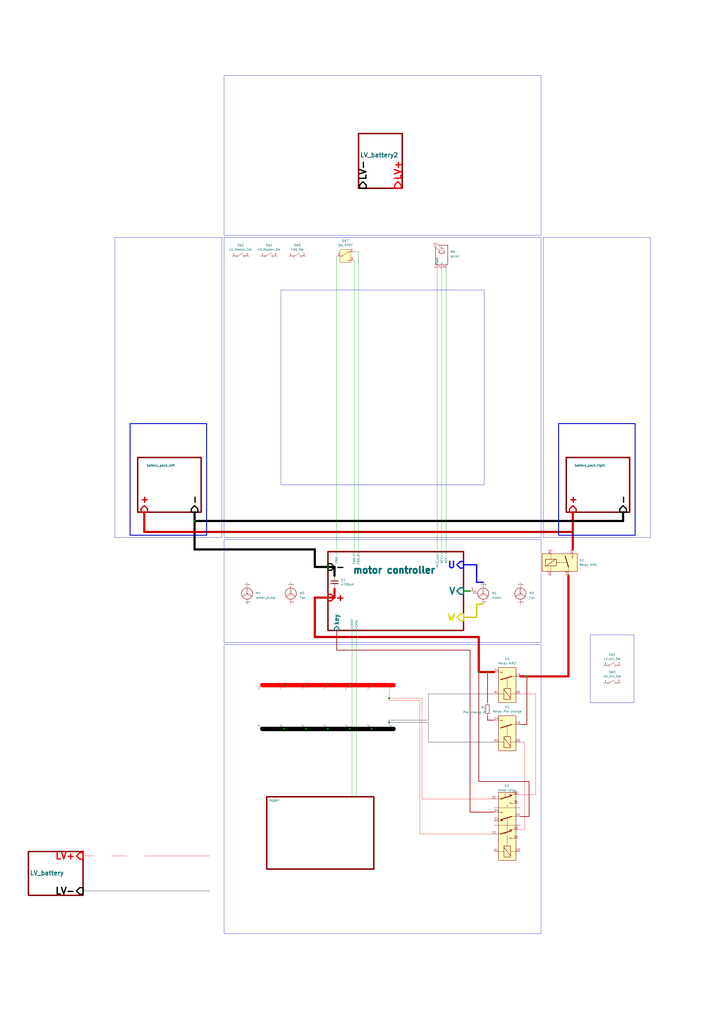
<source format=kicad_sch>
(kicad_sch (version 20250114) (generator "eeschema") (generator_version "9.0")
  (paper "A2" portrait)
  (lib_symbols
    (symbol "Device:C" (pin_numbers (hide yes)) (pin_names (offset 0.254))
      (property "Reference" "C" (at 0.635 2.54 0))
      (property "Value" "C" (at 0.635 -2.54 0))
      (symbol "C_0_1"
        (polyline (pts (xy -2.032 0.762) (xy 2.032 0.762)) (stroke (width 0.508)))
        (polyline (pts (xy -2.032 -0.762) (xy 2.032 -0.762)) (stroke (width 0.508)))
      )
      (symbol "C_1_1"
        (pin passive line (at 0 3.81 270) (length 2.794) (name "~") (number "1"))
        (pin passive line (at 0 -3.81 90) (length 2.794) (name "~") (number "2"))
      )
    )
    (symbol "Device:R" (pin_numbers (hide yes)) (pin_names (offset 0))
      (property "Reference" "R" (at 2.032 0 90))
      (property "Value" "R" (at 0 0 90))
      (symbol "R_0_1"
        (rectangle (start -1.016 -2.54) (end 1.016 2.54) (stroke (width 0.254)))
      )
      (symbol "R_1_1"
        (pin passive line (at 0 3.81 270) (length 1.27) (name "~") (number "1"))
        (pin passive line (at 0 -3.81 90) (length 1.27) (name "~") (number "2"))
      )
    )
    (symbol "Motor:Fan" (pin_names (offset 0))
      (property "Reference" "M" (at 2.54 5.08 0))
      (property "Value" "Fan" (at 2.54 -2.54 0))
      (symbol "Fan_0_1"
        (arc (start 0 3.81) (mid -0.0015 0.9048) (end -2.54 -0.508))
        (polyline (pts (xy 0 4.572) (xy 0 5.08)))
        (polyline (pts (xy 0 4.2672) (xy 0 4.6228)))
        (circle (center 0 1.016) (radius 3.2512) (stroke (width 0.254)))
        (arc (start -2.54 -0.508) (mid 0 1.0618) (end 2.54 -0.508))
        (polyline (pts (xy 0 -2.2352) (xy 0 -2.6416)))
        (polyline (pts (xy 0 -5.08) (xy 0 -4.572)))
        (arc (start 2.54 -0.508) (mid 0.047 0.9315) (end 0 3.81))
      )
      (symbol "Fan_1_1"
        (pin passive line (at 0 7.62 270) (length 2.54) (name "+") (number "1"))
        (pin passive line (at 0 -5.08 90) (length 2.54) (name "-") (number "2"))
      )
    )
    (symbol "Motor:Fan_3pin" (pin_names (offset 0))
      (property "Reference" "M1" (at 5.08 -1.2699 0))
      (property "Value" "Fan_3pin" (at 5.08 -3.8099 0))
      (symbol "Fan_3pin_0_0"
        (polyline (pts (xy -5.08 -0.508) (xy -5.334 -0.381)))
        (polyline (pts (xy -5.08 -0.508) (xy -5.207 -0.762)))
        (arc (start -4.572 -1.016) (mid -5.08 -1.5218) (end -5.588 -1.016))
        (arc (start -5.588 -1.016) (mid -5.4392 -0.6568) (end -5.08 -0.508))
        (polyline (pts (xy -4.064 0) (xy -4.064 -1.524) (xy -3.302 -1.524)))
      )
      (symbol "Fan_3pin_0_1"
        (polyline (pts (xy -4.064 0) (xy -5.08 0)))
        (arc (start 0 1.27) (mid -0.0015 -1.6352) (end -2.54 -3.048))
        (polyline (pts (xy 0 2.032) (xy 0 2.54)))
        (polyline (pts (xy 0 1.7272) (xy 0 2.0828)))
        (circle (center 0 -1.524) (radius 3.2512) (stroke (width 0.254)))
        (arc (start -2.54 -3.048) (mid 0 -1.4782) (end 2.54 -3.048))
        (polyline (pts (xy 0 -4.7752) (xy 0 -5.1816)))
        (polyline (pts (xy 0 -7.62) (xy 0 -7.112)))
        (arc (start 2.54 -3.048) (mid 0.047 -1.6085) (end 0 1.27))
      )
      (symbol "Fan_3pin_1_1"
        (pin passive line (at -7.62 0 0) (length 2.54) (name "") (number "3"))
        (pin passive line (at 0 5.08 270) (length 2.54) (name "+") (number "2"))
        (pin passive line (at 0 -7.62 90) (length 2.54) (name "-") (number "1"))
      )
    )
    (symbol "Motor:Motor_Servo" (pin_names (offset 0.0254))
      (property "Reference" "M" (at -5.08 4.445 0))
      (property "Value" "Motor_Servo" (at -5.08 -4.064 0))
      (symbol "Motor_Servo_0_1"
        (polyline (pts (xy 2.413 1.778) (xy 1.905 1.778)))
        (polyline (pts (xy 2.413 1.778) (xy 2.286 1.397)))
        (polyline (pts (xy 2.413 -1.778) (xy 2.032 -1.778)))
        (polyline (pts (xy 2.413 -1.778) (xy 2.286 -1.397)))
        (arc (start 2.413 -1.778) (mid 1.2406 0) (end 2.413 1.778))
        (circle (center 3.175 0) (radius 0.1778))
        (circle (center 3.175 0) (radius 1.4224))
        (polyline (pts (xy 5.08 3.556) (xy -5.08 3.556) (xy -5.08 -3.556) (xy 6.35 -3.556) (xy 6.35 1.524)) (stroke (width 0.254)))
        (circle (center 5.969 2.794) (radius 0.127))
        (polyline (pts (xy 6.35 4.445) (xy 2.54 1.27)))
        (circle (center 6.477 3.302) (radius 0.127))
        (arc (start 6.35 4.445) (mid 7.4487 4.2737) (end 7.62 3.175))
        (circle (center 6.985 3.81) (radius 0.127))
        (polyline (pts (xy 7.62 3.175) (xy 4.191 -1.016)))
      )
      (symbol "Motor_Servo_1_1"
        (pin passive line (at -7.62 2.54 0) (length 2.54) (name "PWM") (number "1"))
        (pin passive line (at -7.62 0 0) (length 2.54) (name "+") (number "2"))
        (pin passive line (at -7.62 -2.54 0) (length 2.54) (name "-") (number "3"))
      )
    )
    (symbol "Relay:Fujitsu_FTR-LYAA005x"
      (property "Reference" "K" (at 11.43 3.81 0))
      (property "Value" "Fujitsu_FTR-LYAA005x" (at 11.43 1.27 0))
      (symbol "Fujitsu_FTR-LYAA005x_0_0"
        (polyline (pts (xy 7.62 5.08) (xy 7.62 2.54) (xy 6.985 3.175) (xy 7.62 3.81)))
      )
      (symbol "Fujitsu_FTR-LYAA005x_0_1"
        (rectangle (start -10.16 5.08) (end 10.16 -5.08) (stroke (width 0.254)) (fill (type background)))
        (rectangle (start -8.255 1.905) (end -1.905 -1.905) (stroke (width 0.254)))
        (polyline (pts (xy -7.62 -1.905) (xy -2.54 1.905)) (stroke (width 0.254)))
        (polyline (pts (xy -5.08 5.08) (xy -5.08 1.905)))
        (polyline (pts (xy -5.08 -5.08) (xy -5.08 -1.905)))
        (polyline (pts (xy -1.905 0) (xy -1.27 0)) (stroke (width 0.254)))
        (polyline (pts (xy -0.635 0) (xy 0 0)) (stroke (width 0.254)))
        (polyline (pts (xy 0.635 0) (xy 1.27 0)) (stroke (width 0.254)))
        (polyline (pts (xy 1.905 0) (xy 2.54 0)) (stroke (width 0.254)))
        (polyline (pts (xy 3.175 0) (xy 3.81 0)) (stroke (width 0.254)))
        (polyline (pts (xy 5.08 -2.54) (xy 3.175 3.81)) (stroke (width 0.508)))
        (polyline (pts (xy 5.08 -2.54) (xy 5.08 -5.08)))
      )
      (symbol "Fujitsu_FTR-LYAA005x_1_1"
        (pin passive line (at -5.08 7.62 270) (length 2.54) (name "~") (number "A1"))
        (pin passive line (at -5.08 -7.62 90) (length 2.54) (name "~") (number "A2"))
        (pin passive line (at 5.08 -7.62 90) (length 2.54) (name "~") (number "13"))
        (pin passive line (at 7.62 7.62 270) (length 2.54) (name "~") (number "14"))
      )
    )
    (symbol "Relay:RTE2xxxx"
      (property "Reference" "K3" (at 27.94 0.254 90))
      (property "Value" "timer relay" (at 25.4 0 90))
      (symbol "RTE2xxxx_0_1"
        (rectangle (start -15.24 5.08) (end 24.13 -5.08) (stroke (width 0.254)) (fill (type background)))
        (rectangle (start -13.335 1.905) (end -6.985 -1.905) (stroke (width 0.254)))
        (polyline (pts (xy -12.7 -1.905) (xy -7.62 1.905)) (stroke (width 0.254)))
        (polyline (pts (xy -10.16 5.08) (xy -10.16 1.905)))
        (polyline (pts (xy -10.16 -5.08) (xy -10.16 -1.905)))
        (polyline (pts (xy -6.985 0) (xy -6.35 0)) (stroke (width 0.254)))
        (polyline (pts (xy -5.715 0) (xy -5.08 0)) (stroke (width 0.254)))
        (polyline (pts (xy -4.445 0) (xy -3.81 0)) (stroke (width 0.254)))
        (polyline (pts (xy -3.175 0) (xy -2.54 0)) (stroke (width 0.254)))
        (polyline (pts (xy -2.54 -3.81) (xy -2.54 -1.27) (xy -1.905 -1.905) (xy -2.54 -2.54)))
        (polyline (pts (xy -1.905 0) (xy -1.27 0)) (stroke (width 0.254)))
        (polyline (pts (xy 0 3.81) (xy 0 6.35)))
        (polyline (pts (xy 0 3.81) (xy 1.905 -2.54)) (stroke (width 0.508)))
        (polyline (pts (xy 0.635 1.27) (xy 0 1.27)) (stroke (width 0.254)))
        (polyline (pts (xy 0.635 0) (xy 1.27 0)) (stroke (width 0.254)))
        (polyline (pts (xy 1.905 0) (xy 2.54 0)) (stroke (width 0.254)))
        (polyline (pts (xy 2.54 -3.81) (xy 2.54 -1.27) (xy 1.905 -1.905) (xy 2.54 -2.54)) (fill (type outline)))
        (polyline (pts (xy 3.175 0) (xy 3.81 0)) (stroke (width 0.254)))
        (polyline (pts (xy 4.445 0) (xy 5.08 0)) (stroke (width 0.254)))
        (polyline (pts (xy 5.08 7.62) (xy 5.08 -7.62)))
        (polyline (pts (xy 5.715 0) (xy 6.35 0)) (stroke (width 0.254)))
        (polyline (pts (xy 6.985 0) (xy 7.62 0)) (stroke (width 0.254)))
        (polyline (pts (xy 7.62 5.08) (xy 7.62 2.54) (xy 8.255 3.175) (xy 7.62 3.81)) (fill (type outline)))
        (polyline (pts (xy 8.255 0) (xy 8.89 0)) (stroke (width 0.254)))
        (polyline (pts (xy 10.16 -2.54) (xy 8.255 3.81)) (stroke (width 0.508)))
        (polyline (pts (xy 10.16 -2.54) (xy 10.16 -5.08)))
        (polyline (pts (xy 12.7 5.08) (xy 12.7 2.54) (xy 12.065 3.175) (xy 12.7 3.81)))
        (polyline (pts (xy 15.24 7.62) (xy 15.24 -6.35)))
        (polyline (pts (xy 15.24 -7.62) (xy 15.24 -6.35)))
        (polyline (pts (xy 15.875 0) (xy 16.51 0)) (stroke (width 0.254)))
        (polyline (pts (xy 17.78 -3.81) (xy 17.78 -1.27) (xy 18.415 -1.905) (xy 17.78 -2.54)))
        (polyline (pts (xy 20.32 3.81) (xy 20.32 6.35)))
        (polyline (pts (xy 20.32 3.81) (xy 22.225 -2.54)) (stroke (width 0.508)))
        (polyline (pts (xy 22.225 1.27) (xy 21.59 1.27)) (stroke (width 0.254)))
        (polyline (pts (xy 22.86 -3.81) (xy 22.86 -1.27) (xy 22.225 -1.905) (xy 22.86 -2.54)) (fill (type outline)))
        (polyline (pts (xy 23.495 1.27) (xy 22.86 1.27)) (stroke (width 0.254)))
      )
      (symbol "RTE2xxxx_1_1"
        (pin passive line (at -10.16 7.62 270) (length 2.54) (name "~") (number "A1"))
        (pin passive line (at -10.16 -7.62 90) (length 2.54) (name "~") (number "A2"))
        (pin passive line (at -2.54 -6.35 90) (length 2.54) (name "~") (number "14"))
        (pin passive line (at 0 8.89 270) (length 2.54) (name "~") (number "11"))
        (pin passive line (at 2.54 -6.35 90) (length 2.54) (name "~") (number "12"))
        (pin passive line (at 7.62 7.62 270) (length 2.54) (name "~") (number "22"))
        (pin passive line (at 10.16 -7.62 90) (length 2.54) (name "~") (number "21"))
        (pin passive line (at 12.7 7.62 270) (length 2.54) (name "~") (number "24"))
        (pin passive line (at 17.78 -6.35 90) (length 2.54) (name "~") (number "34"))
        (pin passive line (at 20.32 8.89 270) (length 2.54) (name "~") (number "31"))
        (pin passive line (at 22.86 -6.35 90) (length 2.54) (name "~") (number "32"))
      )
    )
    (symbol "Switch:SW_SPDT" (pin_names (offset 0) (hide yes))
      (property "Reference" "SW" (at 0 5.08 0))
      (property "Value" "SW_SPDT" (at 0 -5.08 0))
      (symbol "SW_SPDT_0_1"
        (circle (center -2.032 0) (radius 0.4572))
        (polyline (pts (xy -1.651 0.254) (xy 1.651 2.286)))
        (circle (center 2.032 2.54) (radius 0.4572))
        (circle (center 2.032 -2.54) (radius 0.4572))
      )
      (symbol "SW_SPDT_1_1"
        (rectangle (start -3.175 3.81) (end 3.175 -3.81) (fill (type background)))
        (pin passive line (at -5.08 0 0) (length 2.54) (name "B") (number "2"))
        (pin passive line (at 5.08 2.54 180) (length 2.54) (name "A") (number "1"))
        (pin passive line (at 5.08 -2.54 180) (length 2.54) (name "C") (number "3"))
      )
    )
    (symbol "Switch:SW_SPST" (pin_names (offset 0) (hide yes))
      (property "Reference" "SW" (at 0 3.175 0))
      (property "Value" "SW_SPST" (at 0 -2.54 0))
      (symbol "SW_SPST_0_0"
        (circle (center -2.032 0) (radius 0.508))
        (polyline (pts (xy -1.524 0.254) (xy 1.524 1.778)))
        (circle (center 2.032 0) (radius 0.508))
      )
      (symbol "SW_SPST_1_1"
        (pin passive line (at -5.08 0 0) (length 2.54) (name "A") (number "1"))
        (pin passive line (at 5.08 0 180) (length 2.54) (name "B") (number "2"))
      )
    )
  )
  (rectangle (start 324.485 245.745) (end 368.935 310.515) (stroke (width 0.508)))
  (rectangle (start 315.595 137.795) (end 377.825 311.785))
  (rectangle (start 130.175 43.815) (end 314.325 136.525))
  (rectangle (start 130.175 137.795) (end 314.325 311.785))
  (rectangle (start 130.175 313.055) (end 314.325 372.745))
  (rectangle (start 75.565 245.745) (end 120.015 310.515) (stroke (width 0.508)))
  (rectangle (start 314.325 541.655) (end 130.175 374.015))
  (rectangle (start 66.675 137.795) (end 128.905 311.785))
  (rectangle (start 163.195 168.275) (end 281.305 281.305))
  (rectangle (start 342.9 368.3) (end 368.3 407.67))
  (text "전후진" (at 185.42 135.89 0) (effects (font (size 1.27 1.27))))
  (text "전후진" (at 185.42 133.35 0) (effects (font (size 1.27 1.27) (thickness 0.254) (bold yes))))
  (junction (at 283.21 389.89))
  (junction (at 190.5 422.91))
  (junction (at 165.1 397.51))
  (junction (at 177.8 422.91))
  (junction (at 177.8 397.51))
  (junction (at 113.03 302.26))
  (junction (at 203.2 422.91))
  (junction (at 190.5 328.93))
  (junction (at 203.2 397.51))
  (junction (at 165.1 422.91))
  (junction (at 215.9 422.91))
  (junction (at 190.5 397.51))
  (junction (at 226.06 405.13))
  (junction (at 278.13 389.89))
  (junction (at 332.74 308.61))
  (junction (at 190.5 346.71))
  (junction (at 306.07 392.43))
  (junction (at 215.9 397.51))
  (junction (at 226.06 419.1))
  (bus_entry (at 152.4 397.51) (size -2.54 2.54) (stroke (width 0) (color 255 0 0 1)))
  (bus_entry (at 228.6 397.51) (size -2.54 2.54) (stroke (width 0) (color 255 0 0 1)))
  (bus_entry (at 165.1 422.91) (size -2.54 -2.54) (stroke (width 0) (color 0 0 0 1)))
  (bus_entry (at 215.9 422.91) (size -2.54 -2.54) (stroke (width 0) (color 0 0 0 1)))
  (bus_entry (at 190.5 422.91) (size -2.54 -2.54) (stroke (width 0) (color 0 0 0 1)))
  (bus_entry (at 228.6 422.91) (size -2.54 -2.54) (stroke (width 0) (color 0 0 0 1)))
  (bus_entry (at 177.8 422.91) (size -2.54 -2.54) (stroke (width 0) (color 0 0 0 1)))
  (bus_entry (at 165.1 397.51) (size -2.54 2.54) (stroke (width 0) (color 255 0 0 1)))
  (bus_entry (at 215.9 397.51) (size -2.54 2.54) (stroke (width 0) (color 255 0 0 1)))
  (bus_entry (at 152.4 422.91) (size -2.54 -2.54) (stroke (width 0) (color 0 0 0 1)))
  (bus_entry (at 203.2 422.91) (size -2.54 -2.54) (stroke (width 0) (color 0 0 0 1)))
  (bus_entry (at 203.2 397.51) (size -2.54 2.54) (stroke (width 0) (color 255 0 0 1)))
  (bus_entry (at 190.5 397.51) (size -2.54 2.54) (stroke (width 0) (color 255 0 0 1)))
  (bus_entry (at 177.8 397.51) (size -2.54 2.54) (stroke (width 0) (color 255 0 0 1)))
  (wire (pts (xy 276.86 350.52) (xy 280.67 350.52)) (stroke (width 0.762) (color 200 200 0 1)))
  (wire (pts (xy 276.86 358.14) (xy 269.24 358.14)) (stroke (width 0.762) (color 200 200 0 1)))
  (wire (pts (xy 273.05 377.19) (xy 195.58 377.19)) (stroke (width 0.381) (color 155 0 0 1)))
  (wire (pts (xy 306.07 392.43) (xy 306.07 420.37)) (stroke (width 0.381) (color 155 0 0 1)))
  (wire (pts (xy 256.54 156.21) (xy 256.54 320.04)))
  (wire (pts (xy 83.82 308.61) (xy 332.74 308.61)) (stroke (width 1.27) (color 200 0 0 1)))
  (wire (pts (xy 304.8 430.53) (xy 302.26 430.53)) (stroke (width 0) (color 255 0 0 1)))
  (wire (pts (xy 248.92 417.83) (xy 226.06 417.83)) (stroke (width 0) (color 5 5 5 1)))
  (wire (pts (xy 332.74 297.18) (xy 332.74 308.61)) (stroke (width 1.27) (color 200 0 0 1)))
  (wire (pts (xy 273.05 471.17) (xy 273.05 377.19)) (stroke (width 0.381) (color 155 0 0 1)))
  (wire (pts (xy 254 156.21) (xy 254 320.04)))
  (wire (pts (xy 48.26 516.89) (xy 121.92 516.89)) (stroke (width 0) (color 0 0 0 1)))
  (wire (pts (xy 307.34 453.39) (xy 307.34 473.71)) (stroke (width 0.381) (color 155 0 0 1)))
  (wire (pts (xy 269.24 342.9) (xy 273.05 342.9)) (stroke (width 0.762)))
  (wire (pts (xy 226.06 405.13) (xy 226.06 406.4)) (stroke (width 0) (color 255 0 0 1)))
  (wire (pts (xy 215.9 422.91) (xy 228.6 422.91)) (stroke (width 2.54) (color 0 0 0 1)))
  (wire (pts (xy 283.21 415.29) (xy 283.21 417.83)) (stroke (width 0.381) (color 155 0 0 1)))
  (wire (pts (xy 208.28 146.05) (xy 208.28 320.04)))
  (wire (pts (xy 226.06 419.1) (xy 226.06 420.37)) (stroke (width 0) (color 5 5 5 1)))
  (wire (pts (xy 243.84 406.4) (xy 243.84 483.87)) (stroke (width 0) (color 255 0 0 1)))
  (wire (pts (xy 245.11 405.13) (xy 226.06 405.13)) (stroke (width 0) (color 255 0 0 1)))
  (wire (pts (xy 113.03 297.18) (xy 113.03 302.26)) (stroke (width 1.27) (color 0 0 0 1)))
  (wire (pts (xy 304.8 481.33) (xy 304.8 430.53)) (stroke (width 0) (color 255 0 0 1)))
  (wire (pts (xy 204.47 365.76) (xy 204.47 462.28)))
  (wire (pts (xy 300.99 461.01) (xy 311.15 461.01)) (stroke (width 0) (color 255 0 0 1)))
  (wire (pts (xy 278.13 453.39) (xy 307.34 453.39)) (stroke (width 0.381) (color 155 0 0 1)))
  (wire (pts (xy 276.86 350.52) (xy 276.86 358.14)) (stroke (width 0.762) (color 200 200 0 1)))
  (wire (pts (xy 226.06 419.1) (xy 248.92 419.1)) (stroke (width 0) (color 5 5 5 1)))
  (wire (pts (xy 311.15 402.59) (xy 302.26 402.59)) (stroke (width 0) (color 255 0 0 1)))
  (wire (pts (xy 194.31 328.93) (xy 194.31 334.01)) (stroke (width 1.27) (color 0 0 0 1)))
  (wire (pts (xy 205.74 146.05) (xy 208.28 146.05)))
  (wire (pts (xy 276.86 337.82) (xy 276.86 327.66)) (stroke (width 0.762) (color 0 0 255 1)))
  (wire (pts (xy 182.88 318.77) (xy 182.88 328.93)) (stroke (width 1.27) (color 0 0 0 1)))
  (wire (pts (xy 306.07 420.37) (xy 302.26 420.37)) (stroke (width 0.381) (color 155 0 0 1)))
  (wire (pts (xy 64.77 496.57) (xy 73.66 496.57)) (stroke (width 0) (color 255 0 0 1)))
  (wire (pts (xy 278.13 389.89) (xy 278.13 453.39)) (stroke (width 0.381) (color 155 0 0 1)))
  (wire (pts (xy 283.21 389.89) (xy 283.21 407.67)) (stroke (width 0.381) (color 155 0 0 1)))
  (wire (pts (xy 152.4 397.51) (xy 165.1 397.51)) (stroke (width 2.54) (color 255 0 0 1)))
  (wire (pts (xy 182.88 346.71) (xy 190.5 346.71)) (stroke (width 1.27) (color 200 0 0 1)))
  (wire (pts (xy 226.06 405.13) (xy 226.06 400.05)) (stroke (width 0) (color 255 0 0 1)))
  (wire (pts (xy 195.58 148.59) (xy 195.58 320.04)))
  (wire (pts (xy 248.92 402.59) (xy 248.92 417.83)) (stroke (width 0) (color 5 5 5 1)))
  (wire (pts (xy 311.15 461.01) (xy 311.15 402.59)) (stroke (width 0) (color 255 0 0 1)))
  (wire (pts (xy 190.5 422.91) (xy 203.2 422.91)) (stroke (width 2.54) (color 0 0 0 1)))
  (wire (pts (xy 245.11 463.55) (xy 285.75 463.55)) (stroke (width 0) (color 255 0 0 1)))
  (wire (pts (xy 248.92 419.1) (xy 248.92 430.53)) (stroke (width 0) (color 5 5 5 1)))
  (wire (pts (xy 190.5 328.93) (xy 194.31 328.93)) (stroke (width 1.27) (color 0 0 0 1)))
  (wire (pts (xy 245.11 463.55) (xy 245.11 405.13)) (stroke (width 0) (color 255 0 0 1)))
  (wire (pts (xy 300.99 481.33) (xy 304.8 481.33)) (stroke (width 0) (color 255 0 0 1)))
  (wire (pts (xy 182.88 328.93) (xy 190.5 328.93)) (stroke (width 1.27) (color 0 0 0 1)))
  (wire (pts (xy 205.74 151.13) (xy 205.74 320.04)))
  (wire (pts (xy 273.05 471.17) (xy 287.02 471.17)) (stroke (width 0.381) (color 155 0 0 1)))
  (wire (pts (xy 278.13 389.89) (xy 278.13 369.57)) (stroke (width 1.27) (color 200 0 0 1)))
  (wire (pts (xy 278.13 369.57) (xy 182.88 369.57)) (stroke (width 1.27) (color 200 0 0 1)))
  (wire (pts (xy 203.2 397.51) (xy 215.9 397.51)) (stroke (width 2.54) (color 255 0 0 1)))
  (wire (pts (xy 226.06 406.4) (xy 243.84 406.4)) (stroke (width 0) (color 255 0 0 1)))
  (wire (pts (xy 203.2 422.91) (xy 215.9 422.91)) (stroke (width 2.54) (color 0 0 0 1)))
  (wire (pts (xy 283.21 389.89) (xy 287.02 389.89)) (stroke (width 1.27) (color 200 0 0 1)))
  (wire (pts (xy 83.82 297.18) (xy 83.82 308.61)) (stroke (width 1.27) (color 200 0 0 1)))
  (wire (pts (xy 215.9 397.51) (xy 228.6 397.51)) (stroke (width 2.54) (color 255 0 0 1)))
  (wire (pts (xy 306.07 392.43) (xy 302.26 392.43)) (stroke (width 1.27) (color 200 0 0 1)))
  (wire (pts (xy 361.95 302.26) (xy 361.95 297.18)) (stroke (width 1.27) (color 0 0 0 1)))
  (wire (pts (xy 207.01 365.76) (xy 207.01 462.28)))
  (wire (pts (xy 332.74 308.61) (xy 332.74 318.77)) (stroke (width 1.27) (color 200 0 0 1)))
  (wire (pts (xy 177.8 422.91) (xy 190.5 422.91)) (stroke (width 2.54) (color 0 0 0 1)))
  (wire (pts (xy 83.82 496.57) (xy 121.92 496.57)) (stroke (width 0) (color 255 0 0 1)))
  (wire (pts (xy 248.92 430.53) (xy 287.02 430.53)) (stroke (width 0) (color 5 5 5 1)))
  (wire (pts (xy 182.88 369.57) (xy 182.88 346.71)) (stroke (width 1.27) (color 200 0 0 1)))
  (wire (pts (xy 307.34 473.71) (xy 302.26 473.71)) (stroke (width 0.381) (color 155 0 0 1)))
  (wire (pts (xy 194.31 346.71) (xy 194.31 341.63)) (stroke (width 1.27) (color 200 0 0 1)))
  (wire (pts (xy 330.2 392.43) (xy 306.07 392.43)) (stroke (width 1.27) (color 200 0 0 1)))
  (wire (pts (xy 190.5 397.51) (xy 203.2 397.51)) (stroke (width 2.54) (color 255 0 0 1)))
  (wire (pts (xy 276.86 337.82) (xy 280.67 337.82)) (stroke (width 0.762) (color 0 0 255 1)))
  (wire (pts (xy 195.58 377.19) (xy 195.58 365.76)) (stroke (width 0.381) (color 155 0 0 1)))
  (wire (pts (xy 243.84 483.87) (xy 285.75 483.87)) (stroke (width 0) (color 255 0 0 1)))
  (wire (pts (xy 152.4 422.91) (xy 165.1 422.91)) (stroke (width 2.54) (color 0 0 0 1)))
  (wire (pts (xy 276.86 327.66) (xy 269.24 327.66)) (stroke (width 0.762) (color 0 0 255 1)))
  (wire (pts (xy 165.1 397.51) (xy 177.8 397.51)) (stroke (width 2.54) (color 255 0 0 1)))
  (wire (pts (xy 190.5 346.71) (xy 194.31 346.71)) (stroke (width 1.27) (color 200 0 0 1)))
  (wire (pts (xy 283.21 417.83) (xy 287.02 417.83)) (stroke (width 0.381) (color 155 0 0 1)))
  (wire (pts (xy 113.03 318.77) (xy 182.88 318.77)) (stroke (width 1.27) (color 0 0 0 1)))
  (wire (pts (xy 287.02 402.59) (xy 248.92 402.59)) (stroke (width 0) (color 5 5 5 1)))
  (wire (pts (xy 226.06 417.83) (xy 226.06 419.1)) (stroke (width 0) (color 5 5 5 1)))
  (wire (pts (xy 177.8 397.51) (xy 190.5 397.51)) (stroke (width 2.54) (color 255 0 0 1)))
  (wire (pts (xy 113.03 302.26) (xy 361.95 302.26)) (stroke (width 1.27) (color 0 0 0 1)))
  (wire (pts (xy 48.26 496.57) (xy 54.61 496.57)) (stroke (width 0) (color 255 0 0 1)))
  (wire (pts (xy 259.08 156.21) (xy 259.08 320.04)))
  (wire (pts (xy 113.03 302.26) (xy 113.03 318.77)) (stroke (width 1.27) (color 0 0 0 1)))
  (wire (pts (xy 165.1 422.91) (xy 177.8 422.91)) (stroke (width 2.54) (color 0 0 0 1)))
  (wire (pts (xy 278.13 389.89) (xy 283.21 389.89)) (stroke (width 1.27) (color 200 0 0 1)))
  (wire (pts (xy 330.2 334.01) (xy 330.2 392.43)) (stroke (width 1.27) (color 200 0 0 1)))
  (symbol (lib_id "Device:C") (at 194.31 337.82 180) (unit 1)
    (property "Reference" "C1" (at 198.12 336.5499 0) (effects (justify right)))
    (property "Value" "4700uH" (at 198.12 339.0899 0) (effects (justify right)))
    (property "Description" "Unpolarized capacitor" (effects (hide yes)))
  )
  (symbol (lib_id "Switch:SW_SPST") (at 172.72 148.59 0) (unit 1)
    (property "Reference" "SW5" (at 172.72 142.24 0))
    (property "Value" "FAN_SW" (at 172.72 144.78 0))
    (property "Description" "Single Pole Single Throw (SPST) switch" (effects (hide yes)))
  )
  (symbol (lib_id "Switch:SW_SPST") (at 156.21 148.59 0) (unit 1)
    (property "Reference" "SW4" (at 156.21 142.24 0))
    (property "Value" "HV_Master_SW" (at 156.21 144.78 0))
    (property "Description" "Single Pole Single Throw (SPST) switch" (effects (hide yes)))
  )
  (symbol (lib_id "Relay:Fujitsu_FTR-LYAA005x") (at 325.12 326.39 0) (unit 1)
    (property "Reference" "K2" (at 336.55 325.1199 0) (effects (justify left)))
    (property "Value" "Relay AIR1" (at 336.55 327.6599 0) (effects (justify left)))
    (property "Footprint" "Relay_THT:Relay_SPST-NO_Fujitsu_FTR-LYAA005x_FormA_Vertical" (effects (hide yes)))
    (property "Datasheet" "https://www.fujitsu.com/sg/imagesgig5/ftr-ly.pdf" (effects (hide yes)))
    (property "Description" "Relay, SPST Form A, vertical mount, 5-60V coil, 6A, 250VAC, 28 x 5 x 15mm" (effects (hide yes)))
  )
  (symbol (lib_id "Motor:Fan") (at 302.26 345.44 0) (unit 1)
    (property "Reference" "M2" (at 307.34 344.1699 0) (effects (justify left)))
    (property "Value" "Fan" (at 307.34 346.7099 0) (effects (justify left)))
    (property "Description" "Fan" (effects (hide yes)))
  )
  (symbol (lib_id "Motor:Fan") (at 168.91 345.44 0) (unit 1)
    (property "Reference" "M3" (at 173.99 344.1699 0) (effects (justify left)))
    (property "Value" "Fan" (at 173.99 346.7099 0) (effects (justify left)))
    (property "Description" "Fan" (effects (hide yes)))
  )
  (symbol (lib_id "Device:R") (at 283.21 411.48 0) (unit 1)
    (property "Reference" "R1" (at 279.4 410.464 0) (effects (justify left)))
    (property "Value" "Pre charge R" (at 268.986 413.258 0) (effects (justify left)))
    (property "Description" "Resistor" (effects (hide yes)))
  )
  (symbol (lib_id "Switch:SW_SPST") (at 355.6 396.24 0) (unit 1)
    (property "Reference" "SW3" (at 355.6 389.89 0))
    (property "Value" "HV_kill_SW" (at 355.6 392.43 0))
    (property "Description" "Single Pole Single Throw (SPST) switch" (effects (hide yes)))
  )
  (symbol (lib_id "Switch:SW_SPDT") (at 200.66 148.59 0) (unit 1)
    (property "Reference" "SW7" (at 200.66 139.7 0))
    (property "Value" "SW_SPDT" (at 200.66 142.24 0))
    (property "Description" "Switch, single pole double throw" (effects (hide yes)))
  )
  (symbol (lib_id "Relay:Fujitsu_FTR-LYAA005x") (at 294.64 425.45 90) (unit 1)
    (property "Reference" "K1" (at 294.64 410.21 90))
    (property "Value" "Relay Pre charge" (at 294.64 412.75 90))
    (property "Footprint" "Relay_THT:Relay_SPST-NO_Fujitsu_FTR-LYAA005x_FormA_Vertical" (effects (hide yes)))
    (property "Datasheet" "https://www.fujitsu.com/sg/imagesgig5/ftr-ly.pdf" (effects (hide yes)))
    (property "Description" "Relay, SPST Form A, vertical mount, 5-60V coil, 6A, 250VAC, 28 x 5 x 15mm" (effects (hide yes)))
  )
  (symbol (lib_id "Switch:SW_SPST") (at 355.6 386.08 0) (unit 1)
    (property "Reference" "SW1" (at 355.6 379.73 0))
    (property "Value" "LV_kill_SW" (at 355.6 382.27 0))
    (property "Description" "Single Pole Single Throw (SPST) switch" (effects (hide yes)))
  )
  (symbol (lib_id "Motor:Fan_3pin") (at 280.67 342.9 0) (unit 1)
    (property "Reference" "M1" (at 285.75 344.1699 0) (effects (justify left)))
    (property "Value" "motor" (at 285.75 346.7099 0) (effects (justify left)))
    (property "Datasheet" "http://www.hardwarecanucks.com/forum/attachments/new-builds/16287d1330775095-help-chassis-power-fan-connectors-motherboard-asus_p8z68.jpg" (effects (hide yes)))
    (property "Description" "Fan, tacho output, 3-pin connector" (effects (hide yes)))
  )
  (symbol (lib_id "Switch:SW_SPST") (at 139.7 148.59 0) (unit 1)
    (property "Reference" "SW2" (at 139.7 142.24 0))
    (property "Value" "LV_Master_SW" (at 139.7 144.78 0))
    (property "Description" "Single Pole Single Throw (SPST) switch" (effects (hide yes)))
  )
  (symbol (lib_id "Relay:Fujitsu_FTR-LYAA005x") (at 294.64 397.51 90) (unit 1)
    (property "Reference" "K4" (at 294.64 382.27 90))
    (property "Value" "Relay AIR2" (at 294.64 384.81 90))
    (property "Footprint" "Relay_THT:Relay_SPST-NO_Fujitsu_FTR-LYAA005x_FormA_Vertical" (effects (hide yes)))
    (property "Datasheet" "https://www.fujitsu.com/sg/imagesgig5/ftr-ly.pdf" (effects (hide yes)))
    (property "Description" "Relay, SPST Form A, vertical mount, 5-60V coil, 6A, 250VAC, 28 x 5 x 15mm" (effects (hide yes)))
  )
  (symbol (lib_id "Motor:Motor_Servo") (at 256.54 148.59 90) (unit 1)
    (property "Reference" "M5" (at 261.62 146.0638 90) (effects (justify right)))
    (property "Value" "accel" (at 261.62 148.6038 90) (effects (justify right)))
    (property "Datasheet" "http://forums.parallax.com/uploads/attachments/46831/74481.png" (effects (hide yes)))
    (property "Description" "Servo Motor (Futaba, HiTec, JR connector)" (effects (hide yes)))
  )
  (symbol (lib_id "Relay:RTE2xxxx") (at 294.64 483.87 90) (unit 1)
    (property "Reference" "K3" (at 294.386 455.93 90))
    (property "Value" "timer relay" (at 294.64 458.47 90))
    (property "Footprint" "Relay_THT:Relay_DPDT_Schrack-RT2-FormC_RM5mm" (effects (hide yes)))
    (property "Datasheet" "http://www.te.com/commerce/DocumentDelivery/DDEController?Action=showdoc&DocId=Data+Sheet%7FRT2%7F1014%7Fpdf%7FEnglish%7FENG_DS_RT2_1014.pdf%7F6-1393243-3" (effects (hide yes)))
    (property "Description" "Schrack RT2 relay, monostable dual pole dual throw, DC or AC coil" (effects (hide yes)))
  )
  (symbol (lib_id "Motor:Fan") (at 143.51 345.44 0) (unit 1)
    (property "Reference" "M4" (at 148.59 344.1699 0) (effects (justify left)))
    (property "Value" "water_pump" (at 148.59 346.7099 0) (effects (justify left)))
    (property "Description" "Fan" (effects (hide yes)))
  )
  (sheet (at 154.94 462.28) (size 62.23 41.91) (stroke (width 0.762))
    (property "Sheetname" "logger" (at 156.083 464.947 0) (effects (justify left bottom)))
    (property "Sheetfile" "logger.kicad_sch" (effects (hide yes)))
  )
  (sheet (at 80.01 265.43) (size 36.83 31.75) (stroke (width 0.762))
    (property "Sheetname" "battery_pack_left" (at 85.09 270.764 0) (effects (font (thickness 0.254) (bold yes)) (justify left bottom)))
    (property "Sheetfile" "untitled.kicad_sch" (effects (hide yes)))
    (pin "+" input (at 83.82 297.18 270) (effects (font (size 3.81 3.81) (thickness 0.762) (bold yes))))
    (pin "-" input (at 113.03 297.18 270) (effects (font (size 3.81 3.81) (thickness 0.762) (bold yes))))
  )
  (sheet (at 328.93 265.43) (size 36.83 31.75) (stroke (width 0.762))
    (property "Sheetname" "battery_pack_right" (at 333.756 270.764 0) (effects (font (thickness 0.254) (bold yes)) (justify left bottom)))
    (property "Sheetfile" "untitled.kicad_sch" (effects (hide yes)))
    (pin "+" input (at 332.74 297.18 270) (effects (font (size 3.81 3.81) (thickness 0.762) (bold yes))))
    (pin "-" input (at 361.95 297.18 270) (effects (font (size 3.81 3.81) (thickness 0.762) (bold yes))))
  )
  (sheet (at 208.28 77.47) (size 25.4 31.75) (stroke (width 0.762))
    (property "Sheetname" "LV_battery2" (at 209.042 91.44 0) (effects (font (size 2.54 2.54) (thickness 0.4763)) (justify left bottom)))
    (property "Sheetfile" "titled2.kicad_sch" (effects (hide yes)))
    (pin "LV+" input (at 231.14 109.22 270) (effects (font (size 3.81 3.81) (thickness 0.762) (bold yes))))
    (pin "LV-" input (at 210.82 109.22 270) (effects (font (size 3.81 3.81) (thickness 0.762) (bold yes))))
  )
  (sheet (at 16.51 494.03) (size 31.75 25.4) (stroke (width 0.762))
    (property "Sheetname" "LV_battery" (at 17.272 508 0) (effects (font (size 2.54 2.54) (thickness 0.4763)) (justify left bottom)))
    (property "Sheetfile" "titled2.kicad_sch" (effects (hide yes)))
    (pin "LV+" input (at 48.26 496.57 0) (effects (font (size 3.81 3.81) (thickness 0.762) (bold yes))))
    (pin "LV-" input (at 48.26 516.89 0) (effects (font (size 3.81 3.81) (thickness 0.762) (bold yes))))
  )
  (sheet (at 190.5 320.04) (size 78.74 45.72) (stroke (width 0.762))
    (property "Sheetname" "motor controller" (at 204.724 332.994 0) (effects (font (size 3.81 3.81) (thickness 1.27) (bold yes)) (justify left bottom)))
    (property "Sheetfile" "titled.kicad_sch" (effects (hide yes)))
    (pin "+" input (at 190.5 346.71 180) (effects (font (size 3.81 3.81) (thickness 0.762) (bold yes))))
    (pin "-" input (at 190.5 328.93 180) (effects (font (size 3.81 3.81) (thickness 0.762) (bold yes))))
    (pin "V" input (at 269.24 342.9 0) (effects (font (size 3.81 3.81) (thickness 0.762) (bold yes))))
    (pin "U" input (at 269.24 327.66 0) (effects (font (size 3.81 3.81) (thickness 0.762) (bold yes))))
    (pin "W" input (at 269.24 358.14 0) (effects (font (size 3.81 3.81) (thickness 0.762) (bold yes))))
    (pin "key" input (at 195.58 365.76 270) (effects (font (size 2.54 2.54) (thickness 0.508) (bold yes))))
    (pin "CANH" input (at 204.47 365.76 270))
    (pin "CANL" input (at 207.01 365.76 270))
    (pin "FNR-" input (at 195.58 320.04 90))
    (pin "FNR_F" input (at 205.74 320.04 90))
    (pin "FNR_R" input (at 208.28 320.04 90))
    (pin "ACC+" input (at 256.54 320.04 90))
    (pin "ACC-" input (at 259.08 320.04 90))
    (pin "ACC_out" input (at 254 320.04 90))
  )
)
</source>
